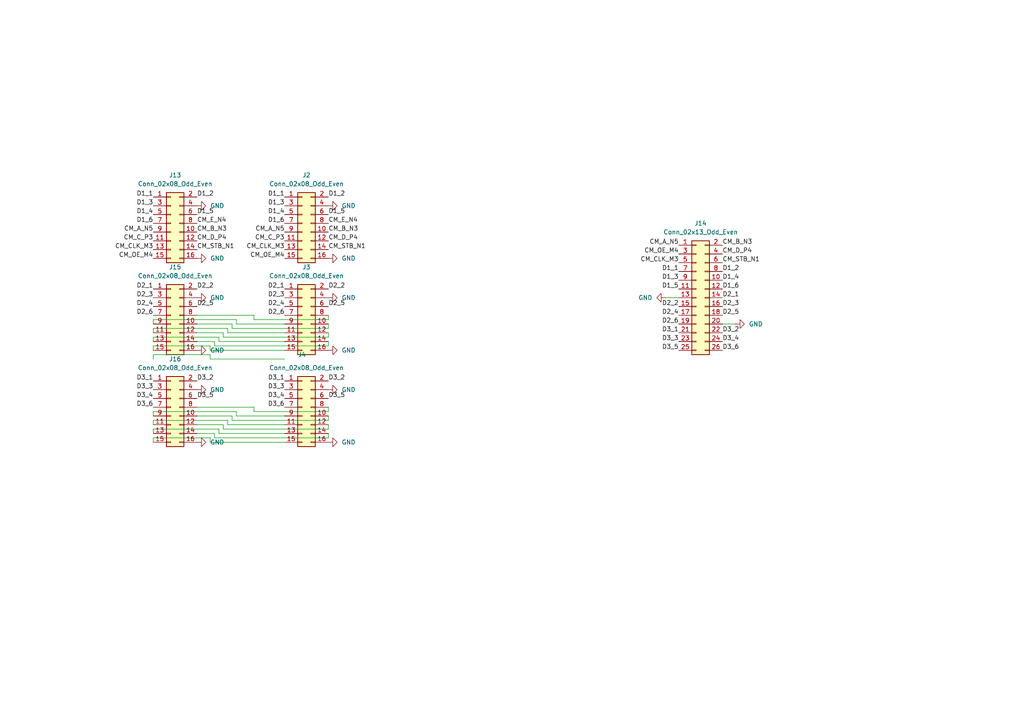
<source format=kicad_sch>
(kicad_sch (version 20231120) (generator "eeschema") (generator_version "8.0")
  (paper "A4")
  (lib_symbols
    (symbol "Connector_Generic:Conn_02x08_Odd_Even" (pin_names (offset 1.016) hide)
      (property "Reference" "J" (at 1.27 10.16 0))
      (property "Value" "Conn_02x08_Odd_Even" (at 1.27 -12.7 0))
      (symbol "Conn_02x08_Odd_Even_1_1"
        (rectangle (start -1.27 -10.033) (end 0 -10.287) (stroke (width 0.1524)))
        (rectangle (start -1.27 -7.493) (end 0 -7.747) (stroke (width 0.1524)))
        (rectangle (start -1.27 -4.953) (end 0 -5.207) (stroke (width 0.1524)))
        (rectangle (start -1.27 -2.413) (end 0 -2.667) (stroke (width 0.1524)))
        (rectangle (start -1.27 0.127) (end 0 -0.127) (stroke (width 0.1524)))
        (rectangle (start -1.27 2.667) (end 0 2.413) (stroke (width 0.1524)))
        (rectangle (start -1.27 5.207) (end 0 4.953) (stroke (width 0.1524)))
        (rectangle (start -1.27 7.747) (end 0 7.493) (stroke (width 0.1524)))
        (rectangle (start -1.27 8.89) (end 3.81 -11.43) (stroke (width 0.254)) (fill (type background)))
        (rectangle (start 3.81 -10.033) (end 2.54 -10.287) (stroke (width 0.1524)))
        (rectangle (start 3.81 -7.493) (end 2.54 -7.747) (stroke (width 0.1524)))
        (rectangle (start 3.81 -4.953) (end 2.54 -5.207) (stroke (width 0.1524)))
        (rectangle (start 3.81 -2.413) (end 2.54 -2.667) (stroke (width 0.1524)))
        (rectangle (start 3.81 0.127) (end 2.54 -0.127) (stroke (width 0.1524)))
        (rectangle (start 3.81 2.667) (end 2.54 2.413) (stroke (width 0.1524)))
        (rectangle (start 3.81 5.207) (end 2.54 4.953) (stroke (width 0.1524)))
        (rectangle (start 3.81 7.747) (end 2.54 7.493) (stroke (width 0.1524)))
        (pin passive line (at -5.08 7.62 0) (length 3.81) (name "Pin_1") (number "1"))
        (pin passive line (at 7.62 -2.54 180) (length 3.81) (name "Pin_10") (number "10"))
        (pin passive line (at -5.08 -5.08 0) (length 3.81) (name "Pin_11") (number "11"))
        (pin passive line (at 7.62 -5.08 180) (length 3.81) (name "Pin_12") (number "12"))
        (pin passive line (at -5.08 -7.62 0) (length 3.81) (name "Pin_13") (number "13"))
        (pin passive line (at 7.62 -7.62 180) (length 3.81) (name "Pin_14") (number "14"))
        (pin passive line (at -5.08 -10.16 0) (length 3.81) (name "Pin_15") (number "15"))
        (pin passive line (at 7.62 -10.16 180) (length 3.81) (name "Pin_16") (number "16"))
        (pin passive line (at 7.62 7.62 180) (length 3.81) (name "Pin_2") (number "2"))
        (pin passive line (at -5.08 5.08 0) (length 3.81) (name "Pin_3") (number "3"))
        (pin passive line (at 7.62 5.08 180) (length 3.81) (name "Pin_4") (number "4"))
        (pin passive line (at -5.08 2.54 0) (length 3.81) (name "Pin_5") (number "5"))
        (pin passive line (at 7.62 2.54 180) (length 3.81) (name "Pin_6") (number "6"))
        (pin passive line (at -5.08 0 0) (length 3.81) (name "Pin_7") (number "7"))
        (pin passive line (at 7.62 0 180) (length 3.81) (name "Pin_8") (number "8"))
        (pin passive line (at -5.08 -2.54 0) (length 3.81) (name "Pin_9") (number "9"))
      )
    )
    (symbol "Connector_Generic:Conn_02x13_Odd_Even" (pin_names (offset 1.016) hide)
      (property "Reference" "J" (at 1.27 17.78 0))
      (property "Value" "Conn_02x13_Odd_Even" (at 1.27 -17.78 0))
      (symbol "Conn_02x13_Odd_Even_1_1"
        (rectangle (start -1.27 -15.113) (end 0 -15.367) (stroke (width 0.1524)))
        (rectangle (start -1.27 -12.573) (end 0 -12.827) (stroke (width 0.1524)))
        (rectangle (start -1.27 -10.033) (end 0 -10.287) (stroke (width 0.1524)))
        (rectangle (start -1.27 -7.493) (end 0 -7.747) (stroke (width 0.1524)))
        (rectangle (start -1.27 -4.953) (end 0 -5.207) (stroke (width 0.1524)))
        (rectangle (start -1.27 -2.413) (end 0 -2.667) (stroke (width 0.1524)))
        (rectangle (start -1.27 0.127) (end 0 -0.127) (stroke (width 0.1524)))
        (rectangle (start -1.27 2.667) (end 0 2.413) (stroke (width 0.1524)))
        (rectangle (start -1.27 5.207) (end 0 4.953) (stroke (width 0.1524)))
        (rectangle (start -1.27 7.747) (end 0 7.493) (stroke (width 0.1524)))
        (rectangle (start -1.27 10.287) (end 0 10.033) (stroke (width 0.1524)))
        (rectangle (start -1.27 12.827) (end 0 12.573) (stroke (width 0.1524)))
        (rectangle (start -1.27 15.367) (end 0 15.113) (stroke (width 0.1524)))
        (rectangle (start -1.27 16.51) (end 3.81 -16.51) (stroke (width 0.254)) (fill (type background)))
        (rectangle (start 3.81 -15.113) (end 2.54 -15.367) (stroke (width 0.1524)))
        (rectangle (start 3.81 -12.573) (end 2.54 -12.827) (stroke (width 0.1524)))
        (rectangle (start 3.81 -10.033) (end 2.54 -10.287) (stroke (width 0.1524)))
        (rectangle (start 3.81 -7.493) (end 2.54 -7.747) (stroke (width 0.1524)))
        (rectangle (start 3.81 -4.953) (end 2.54 -5.207) (stroke (width 0.1524)))
        (rectangle (start 3.81 -2.413) (end 2.54 -2.667) (stroke (width 0.1524)))
        (rectangle (start 3.81 0.127) (end 2.54 -0.127) (stroke (width 0.1524)))
        (rectangle (start 3.81 2.667) (end 2.54 2.413) (stroke (width 0.1524)))
        (rectangle (start 3.81 5.207) (end 2.54 4.953) (stroke (width 0.1524)))
        (rectangle (start 3.81 7.747) (end 2.54 7.493) (stroke (width 0.1524)))
        (rectangle (start 3.81 10.287) (end 2.54 10.033) (stroke (width 0.1524)))
        (rectangle (start 3.81 12.827) (end 2.54 12.573) (stroke (width 0.1524)))
        (rectangle (start 3.81 15.367) (end 2.54 15.113) (stroke (width 0.1524)))
        (pin passive line (at -5.08 15.24 0) (length 3.81) (name "Pin_1") (number "1"))
        (pin passive line (at 7.62 5.08 180) (length 3.81) (name "Pin_10") (number "10"))
        (pin passive line (at -5.08 2.54 0) (length 3.81) (name "Pin_11") (number "11"))
        (pin passive line (at 7.62 2.54 180) (length 3.81) (name "Pin_12") (number "12"))
        (pin passive line (at -5.08 0 0) (length 3.81) (name "Pin_13") (number "13"))
        (pin passive line (at 7.62 0 180) (length 3.81) (name "Pin_14") (number "14"))
        (pin passive line (at -5.08 -2.54 0) (length 3.81) (name "Pin_15") (number "15"))
        (pin passive line (at 7.62 -2.54 180) (length 3.81) (name "Pin_16") (number "16"))
        (pin passive line (at -5.08 -5.08 0) (length 3.81) (name "Pin_17") (number "17"))
        (pin passive line (at 7.62 -5.08 180) (length 3.81) (name "Pin_18") (number "18"))
        (pin passive line (at -5.08 -7.62 0) (length 3.81) (name "Pin_19") (number "19"))
        (pin passive line (at 7.62 15.24 180) (length 3.81) (name "Pin_2") (number "2"))
        (pin passive line (at 7.62 -7.62 180) (length 3.81) (name "Pin_20") (number "20"))
        (pin passive line (at -5.08 -10.16 0) (length 3.81) (name "Pin_21") (number "21"))
        (pin passive line (at 7.62 -10.16 180) (length 3.81) (name "Pin_22") (number "22"))
        (pin passive line (at -5.08 -12.7 0) (length 3.81) (name "Pin_23") (number "23"))
        (pin passive line (at 7.62 -12.7 180) (length 3.81) (name "Pin_24") (number "24"))
        (pin passive line (at -5.08 -15.24 0) (length 3.81) (name "Pin_25") (number "25"))
        (pin passive line (at 7.62 -15.24 180) (length 3.81) (name "Pin_26") (number "26"))
        (pin passive line (at -5.08 12.7 0) (length 3.81) (name "Pin_3") (number "3"))
        (pin passive line (at 7.62 12.7 180) (length 3.81) (name "Pin_4") (number "4"))
        (pin passive line (at -5.08 10.16 0) (length 3.81) (name "Pin_5") (number "5"))
        (pin passive line (at 7.62 10.16 180) (length 3.81) (name "Pin_6") (number "6"))
        (pin passive line (at -5.08 7.62 0) (length 3.81) (name "Pin_7") (number "7"))
        (pin passive line (at 7.62 7.62 180) (length 3.81) (name "Pin_8") (number "8"))
        (pin passive line (at -5.08 5.08 0) (length 3.81) (name "Pin_9") (number "9"))
      )
    )
    (symbol "power:GND" (power) (pin_numbers hide) (pin_names (offset 0) hide)
      (property "Value" "GND" (at 0 -3.81 0))
      (symbol "GND_0_1"
        (polyline (pts (xy 0 0) (xy 0 -1.27) (xy 1.27 -1.27) (xy 0 -2.54) (xy -1.27 -1.27) (xy 0 -1.27)))
      )
      (symbol "GND_1_1"
        (pin power_in line (at 0 0 270) (length 0) (name "~") (number "1"))
      )
    )
  )
  (wire (pts (xy 95.25 99.06) (xy 95.25 100.33)))
  (wire (pts (xy 95.25 100.33) (xy 62.23 100.33)))
  (wire (pts (xy 57.15 96.52) (xy 64.77 96.52)))
  (wire (pts (xy 44.45 101.6) (xy 44.45 100.33)))
  (wire (pts (xy 60.96 128.27) (xy 82.55 128.27)))
  (wire (pts (xy 44.45 92.71) (xy 68.58 92.71)))
  (wire (pts (xy 60.96 127) (xy 60.96 128.27)))
  (wire (pts (xy 44.45 123.19) (xy 44.45 121.92)))
  (wire (pts (xy 68.58 119.38) (xy 68.58 120.65)))
  (wire (pts (xy 60.96 104.14) (xy 82.55 104.14)))
  (wire (pts (xy 44.45 119.38) (xy 68.58 119.38)))
  (wire (pts (xy 62.23 99.06) (xy 57.15 99.06)))
  (wire (pts (xy 67.31 121.92) (xy 95.25 121.92)))
  (wire (pts (xy 64.77 97.79) (xy 95.25 97.79)))
  (wire (pts (xy 44.45 120.65) (xy 44.45 119.38)))
  (wire (pts (xy 63.5 125.73) (xy 82.55 125.73)))
  (wire (pts (xy 57.15 91.44) (xy 73.66 91.44)))
  (wire (pts (xy 44.45 121.92) (xy 66.04 121.92)))
  (wire (pts (xy 95.25 125.73) (xy 95.25 127)))
  (wire (pts (xy 64.77 124.46) (xy 95.25 124.46)))
  (wire (pts (xy 44.45 125.73) (xy 44.45 124.46)))
  (wire (pts (xy 57.15 118.11) (xy 73.66 118.11)))
  (wire (pts (xy 44.45 104.14) (xy 44.45 102.87)))
  (wire (pts (xy 44.45 128.27) (xy 44.45 127)))
  (wire (pts (xy 73.66 92.71) (xy 95.25 92.71)))
  (wire (pts (xy 63.5 97.79) (xy 63.5 99.06)))
  (wire (pts (xy 73.66 119.38) (xy 95.25 119.38)))
  (wire (pts (xy 67.31 120.65) (xy 67.31 121.92)))
  (wire (pts (xy 209.55 93.98) (xy 213.36 93.98)))
  (wire (pts (xy 193.04 86.36) (xy 196.85 86.36)))
  (wire (pts (xy 44.45 127) (xy 60.96 127)))
  (wire (pts (xy 44.45 96.52) (xy 44.45 95.25)))
  (wire (pts (xy 68.58 92.71) (xy 68.58 93.98)))
  (wire (pts (xy 73.66 91.44) (xy 73.66 92.71)))
  (wire (pts (xy 64.77 123.19) (xy 64.77 124.46)))
  (wire (pts (xy 60.96 102.87) (xy 60.96 104.14)))
  (wire (pts (xy 66.04 121.92) (xy 66.04 123.19)))
  (wire (pts (xy 95.25 118.11) (xy 95.25 119.38)))
  (wire (pts (xy 62.23 127) (xy 62.23 125.73)))
  (wire (pts (xy 68.58 120.65) (xy 82.55 120.65)))
  (wire (pts (xy 57.15 123.19) (xy 64.77 123.19)))
  (wire (pts (xy 44.45 100.33) (xy 60.96 100.33)))
  (wire (pts (xy 67.31 93.98) (xy 67.31 95.25)))
  (wire (pts (xy 95.25 121.92) (xy 95.25 120.65)))
  (wire (pts (xy 67.31 95.25) (xy 95.25 95.25)))
  (wire (pts (xy 63.5 99.06) (xy 82.55 99.06)))
  (wire (pts (xy 66.04 96.52) (xy 82.55 96.52)))
  (wire (pts (xy 57.15 120.65) (xy 67.31 120.65)))
  (wire (pts (xy 57.15 93.98) (xy 67.31 93.98)))
  (wire (pts (xy 66.04 123.19) (xy 82.55 123.19)))
  (wire (pts (xy 60.96 101.6) (xy 82.55 101.6)))
  (wire (pts (xy 95.25 96.52) (xy 95.25 97.79)))
  (wire (pts (xy 44.45 97.79) (xy 63.5 97.79)))
  (wire (pts (xy 62.23 100.33) (xy 62.23 99.06)))
  (wire (pts (xy 44.45 93.98) (xy 44.45 92.71)))
  (wire (pts (xy 60.96 100.33) (xy 60.96 101.6)))
  (wire (pts (xy 44.45 102.87) (xy 60.96 102.87)))
  (wire (pts (xy 95.25 95.25) (xy 95.25 93.98)))
  (wire (pts (xy 62.23 125.73) (xy 57.15 125.73)))
  (wire (pts (xy 64.77 96.52) (xy 64.77 97.79)))
  (wire (pts (xy 95.25 127) (xy 62.23 127)))
  (wire (pts (xy 44.45 95.25) (xy 66.04 95.25)))
  (wire (pts (xy 44.45 124.46) (xy 63.5 124.46)))
  (wire (pts (xy 63.5 124.46) (xy 63.5 125.73)))
  (wire (pts (xy 66.04 95.25) (xy 66.04 96.52)))
  (wire (pts (xy 73.66 118.11) (xy 73.66 119.38)))
  (wire (pts (xy 68.58 93.98) (xy 82.55 93.98)))
  (wire (pts (xy 95.25 92.71) (xy 95.25 91.44)))
  (wire (pts (xy 44.45 99.06) (xy 44.45 97.79)))
  (wire (pts (xy 95.25 123.19) (xy 95.25 124.46)))
  (label "D2_5" (at 57.15 88.9 0))
  (label "D3_4" (at 44.45 115.57 180))
  (label "D1_6" (at 209.55 83.82 0))
  (label "D2_1" (at 82.55 83.82 180))
  (label "CM_D_P4" (at 57.15 69.85 0))
  (label "D3_3" (at 44.45 113.03 180))
  (label "D3_6" (at 44.45 118.11 180))
  (label "D1_2" (at 209.55 78.74 0))
  (label "D2_4" (at 196.85 91.44 180))
  (label "CM_A_N5" (at 44.45 67.31 180))
  (label "CM_C_P3" (at 82.55 69.85 180))
  (label "D1_4" (at 209.55 81.28 0))
  (label "CM_A_N5" (at 82.55 67.31 180))
  (label "D1_4" (at 82.55 62.23 180))
  (label "D3_1" (at 196.85 96.52 180))
  (label "CM_A_N5" (at 196.85 71.12 180))
  (label "CM_OE_M4" (at 196.85 73.66 180))
  (label "CM_STB_N1" (at 209.55 76.2 0))
  (label "CM_E_N4" (at 57.15 64.77 0))
  (label "CM_STB_N1" (at 57.15 72.39 0))
  (label "D3_2" (at 57.15 110.49 0))
  (label "CM_OE_M4" (at 44.45 74.93 180))
  (label "D2_6" (at 196.85 93.98 180))
  (label "CM_CLK_M3" (at 82.55 72.39 180))
  (label "CM_B_N3" (at 57.15 67.31 0))
  (label "D2_2" (at 57.15 83.82 0))
  (label "D3_6" (at 209.55 101.6 0))
  (label "D1_4" (at 44.45 62.23 180))
  (label "D3_5" (at 196.85 101.6 180))
  (label "D1_3" (at 82.55 59.69 180))
  (label "CM_CLK_M3" (at 196.85 76.2 180))
  (label "CM_E_N4" (at 95.25 64.77 0))
  (label "D1_5" (at 57.15 62.23 0))
  (label "CM_C_P3" (at 44.45 69.85 180))
  (label "D1_5" (at 196.85 83.82 180))
  (label "D3_4" (at 209.55 99.06 0))
  (label "CM_D_P4" (at 95.25 69.85 0))
  (label "CM_OE_M4" (at 82.55 74.93 180))
  (label "D3_2" (at 95.25 110.49 0))
  (label "D2_6" (at 82.55 91.44 180))
  (label "D1_3" (at 44.45 59.69 180))
  (label "CM_B_N3" (at 209.55 71.12 0))
  (label "CM_D_P4" (at 209.55 73.66 0))
  (label "D1_1" (at 196.85 78.74 180))
  (label "CM_STB_N1" (at 95.25 72.39 0))
  (label "D2_5" (at 95.25 88.9 0))
  (label "D3_1" (at 82.55 110.49 180))
  (label "D2_4" (at 82.55 88.9 180))
  (label "D2_1" (at 209.55 86.36 0))
  (label "D3_5" (at 95.25 115.57 0))
  (label "D3_5" (at 57.15 115.57 0))
  (label "D1_3" (at 196.85 81.28 180))
  (label "D2_2" (at 196.85 88.9 180))
  (label "D1_5" (at 95.25 62.23 0))
  (label "D1_6" (at 44.45 64.77 180))
  (label "D3_2" (at 209.55 96.52 0))
  (label "D1_2" (at 95.25 57.15 0))
  (label "D2_3" (at 209.55 88.9 0))
  (label "CM_B_N3" (at 95.25 67.31 0))
  (label "D2_1" (at 44.45 83.82 180))
  (label "D2_4" (at 44.45 88.9 180))
  (label "D3_1" (at 44.45 110.49 180))
  (label "D1_6" (at 82.55 64.77 180))
  (label "CM_CLK_M3" (at 44.45 72.39 180))
  (label "D3_6" (at 82.55 118.11 180))
  (label "D2_5" (at 209.55 91.44 0))
  (label "D1_1" (at 82.55 57.15 180))
  (label "D2_2" (at 95.25 83.82 0))
  (label "D3_3" (at 82.55 113.03 180))
  (label "D3_4" (at 82.55 115.57 180))
  (label "D2_3" (at 82.55 86.36 180))
  (label "D2_6" (at 44.45 91.44 180))
  (label "D2_3" (at 44.45 86.36 180))
  (label "D1_2" (at 57.15 57.15 0))
  (label "D1_1" (at 44.45 57.15 180))
  (label "D3_3" (at 196.85 99.06 180))
  (symbol (lib_id "Connector_Generic:Conn_02x08_Odd_Even") (at 49.53 64.77 0) (unit 1)
    (property "Reference" "J13" (at 50.8 50.8 0))
    (property "Value" "Conn_02x08_Odd_Even" (at 50.8 53.34 0))
    (property "Footprint" "Connector_PinSocket_2.54mm:PinSocket_2x08_P2.54mm_Vertical_SMD" (effects (hide yes)))
    (property "Description" "Generic connector, double row, 02x08, odd/even pin numbering scheme (row 1 odd numbers, row 2 even numbers), script generated (kicad-library-utils/schlib/autogen/connector/)" (effects (hide yes)))
  )
  (symbol (lib_id "Connector_Generic:Conn_02x08_Odd_Even") (at 87.63 118.11 0) (unit 1)
    (property "Reference" "J4" (at 87.63 102.87 0))
    (property "Value" "Conn_02x08_Odd_Even" (at 88.9 106.68 0))
    (property "Footprint" "Connector_PinHeader_2.54mm:PinHeader_2x08_P2.54mm_Vertical_SMD" (effects (hide yes)))
    (property "Description" "Generic connector, double row, 02x08, odd/even pin numbering scheme (row 1 odd numbers, row 2 even numbers), script generated (kicad-library-utils/schlib/autogen/connector/)" (effects (hide yes)))
  )
  (symbol (lib_id "Connector_Generic:Conn_02x08_Odd_Even") (at 49.53 91.44 0) (unit 1)
    (property "Reference" "J15" (at 50.8 77.47 0))
    (property "Value" "Conn_02x08_Odd_Even" (at 50.8 80.01 0))
    (property "Footprint" "Connector_PinSocket_2.54mm:PinSocket_2x08_P2.54mm_Vertical_SMD" (effects (hide yes)))
    (property "Description" "Generic connector, double row, 02x08, odd/even pin numbering scheme (row 1 odd numbers, row 2 even numbers), script generated (kicad-library-utils/schlib/autogen/connector/)" (effects (hide yes)))
  )
  (symbol (lib_id "power:GND") (at 57.15 113.03 90) (unit 1)
    (property "Reference" "#PWR022" (effects (hide yes)))
    (property "Value" "GND" (at 60.96 113.0299 90) (effects (justify right)))
    (property "Description" "Power symbol creates a global label with name \"GND\" , ground" (effects (hide yes)))
  )
  (symbol (lib_id "power:GND") (at 95.25 59.69 90) (unit 1)
    (property "Reference" "#PWR02" (effects (hide yes)))
    (property "Value" "GND" (at 99.06 59.6899 90) (effects (justify right)))
    (property "Description" "Power symbol creates a global label with name \"GND\" , ground" (effects (hide yes)))
  )
  (symbol (lib_id "power:GND") (at 95.25 86.36 90) (unit 1)
    (property "Reference" "#PWR04" (effects (hide yes)))
    (property "Value" "GND" (at 99.06 86.3599 90) (effects (justify right)))
    (property "Description" "Power symbol creates a global label with name \"GND\" , ground" (effects (hide yes)))
  )
  (symbol (lib_id "power:GND") (at 95.25 128.27 90) (unit 1)
    (property "Reference" "#PWR07" (effects (hide yes)))
    (property "Value" "GND" (at 99.06 128.2699 90) (effects (justify right)))
    (property "Description" "Power symbol creates a global label with name \"GND\" , ground" (effects (hide yes)))
  )
  (symbol (lib_id "Connector_Generic:Conn_02x13_Odd_Even") (at 201.93 86.36 0) (unit 1)
    (property "Reference" "J14" (at 203.2 64.77 0))
    (property "Value" "Conn_02x13_Odd_Even" (at 203.2 67.31 0))
    (property "Footprint" "Connector_PinHeader_2.54mm:PinHeader_2x13_P2.54mm_Vertical" (effects (hide yes)))
    (property "Description" "Generic connector, double row, 02x13, odd/even pin numbering scheme (row 1 odd numbers, row 2 even numbers), script generated (kicad-library-utils/schlib/autogen/connector/)" (effects (hide yes)))
  )
  (symbol (lib_id "power:GND") (at 57.15 86.36 90) (unit 1)
    (property "Reference" "#PWR019" (effects (hide yes)))
    (property "Value" "GND" (at 60.96 86.3599 90) (effects (justify right)))
    (property "Description" "Power symbol creates a global label with name \"GND\" , ground" (effects (hide yes)))
  )
  (symbol (lib_id "power:GND") (at 57.15 74.93 90) (unit 1)
    (property "Reference" "#PWR018" (effects (hide yes)))
    (property "Value" "GND" (at 60.96 74.9299 90) (effects (justify right)))
    (property "Description" "Power symbol creates a global label with name \"GND\" , ground" (effects (hide yes)))
  )
  (symbol (lib_id "Connector_Generic:Conn_02x08_Odd_Even") (at 49.53 118.11 0) (unit 1)
    (property "Reference" "J16" (at 50.8 104.14 0))
    (property "Value" "Conn_02x08_Odd_Even" (at 50.8 106.68 0))
    (property "Footprint" "Connector_PinSocket_2.54mm:PinSocket_2x08_P2.54mm_Vertical_SMD" (effects (hide yes)))
    (property "Description" "Generic connector, double row, 02x08, odd/even pin numbering scheme (row 1 odd numbers, row 2 even numbers), script generated (kicad-library-utils/schlib/autogen/connector/)" (effects (hide yes)))
  )
  (symbol (lib_id "power:GND") (at 213.36 93.98 90) (unit 1)
    (property "Reference" "#PWR016" (effects (hide yes)))
    (property "Value" "GND" (at 217.17 93.9799 90) (effects (justify right)))
    (property "Description" "Power symbol creates a global label with name \"GND\" , ground" (effects (hide yes)))
  )
  (symbol (lib_id "power:GND") (at 57.15 59.69 90) (unit 1)
    (property "Reference" "#PWR017" (effects (hide yes)))
    (property "Value" "GND" (at 60.96 59.6899 90) (effects (justify right)))
    (property "Description" "Power symbol creates a global label with name \"GND\" , ground" (effects (hide yes)))
  )
  (symbol (lib_id "Connector_Generic:Conn_02x08_Odd_Even") (at 87.63 91.44 0) (unit 1)
    (property "Reference" "J3" (at 88.9 77.47 0))
    (property "Value" "Conn_02x08_Odd_Even" (at 88.9 80.01 0))
    (property "Footprint" "Connector_PinHeader_2.54mm:PinHeader_2x08_P2.54mm_Vertical_SMD" (effects (hide yes)))
    (property "Description" "Generic connector, double row, 02x08, odd/even pin numbering scheme (row 1 odd numbers, row 2 even numbers), script generated (kicad-library-utils/schlib/autogen/connector/)" (effects (hide yes)))
  )
  (symbol (lib_id "power:GND") (at 193.04 86.36 270) (unit 1)
    (property "Reference" "#PWR015" (effects (hide yes)))
    (property "Value" "GND" (at 189.23 86.3599 90) (effects (justify right)))
    (property "Description" "Power symbol creates a global label with name \"GND\" , ground" (effects (hide yes)))
  )
  (symbol (lib_id "Connector_Generic:Conn_02x08_Odd_Even") (at 87.63 64.77 0) (unit 1)
    (property "Reference" "J2" (at 88.9 50.8 0))
    (property "Value" "Conn_02x08_Odd_Even" (at 88.9 53.34 0))
    (property "Footprint" "Connector_PinHeader_2.54mm:PinHeader_2x08_P2.54mm_Vertical_SMD" (effects (hide yes)))
    (property "Description" "Generic connector, double row, 02x08, odd/even pin numbering scheme (row 1 odd numbers, row 2 even numbers), script generated (kicad-library-utils/schlib/autogen/connector/)" (effects (hide yes)))
  )
  (symbol (lib_id "power:GND") (at 95.25 101.6 90) (unit 1)
    (property "Reference" "#PWR05" (effects (hide yes)))
    (property "Value" "GND" (at 99.06 101.5999 90) (effects (justify right)))
    (property "Description" "Power symbol creates a global label with name \"GND\" , ground" (effects (hide yes)))
  )
  (symbol (lib_id "power:GND") (at 95.25 74.93 90) (unit 1)
    (property "Reference" "#PWR03" (effects (hide yes)))
    (property "Value" "GND" (at 99.06 74.9299 90) (effects (justify right)))
    (property "Description" "Power symbol creates a global label with name \"GND\" , ground" (effects (hide yes)))
  )
  (symbol (lib_id "power:GND") (at 57.15 128.27 90) (unit 1)
    (property "Reference" "#PWR021" (effects (hide yes)))
    (property "Value" "GND" (at 60.96 128.2699 90) (effects (justify right)))
    (property "Description" "Power symbol creates a global label with name \"GND\" , ground" (effects (hide yes)))
  )
  (symbol (lib_id "power:GND") (at 57.15 101.6 90) (unit 1)
    (property "Reference" "#PWR020" (effects (hide yes)))
    (property "Value" "GND" (at 60.96 101.5999 90) (effects (justify right)))
    (property "Description" "Power symbol creates a global label with name \"GND\" , ground" (effects (hide yes)))
  )
  (symbol (lib_id "power:GND") (at 95.25 113.03 90) (unit 1)
    (property "Reference" "#PWR06" (effects (hide yes)))
    (property "Value" "GND" (at 99.06 113.0299 90) (effects (justify right)))
    (property "Description" "Power symbol creates a global label with name \"GND\" , ground" (effects (hide yes)))
  )
)
</source>
